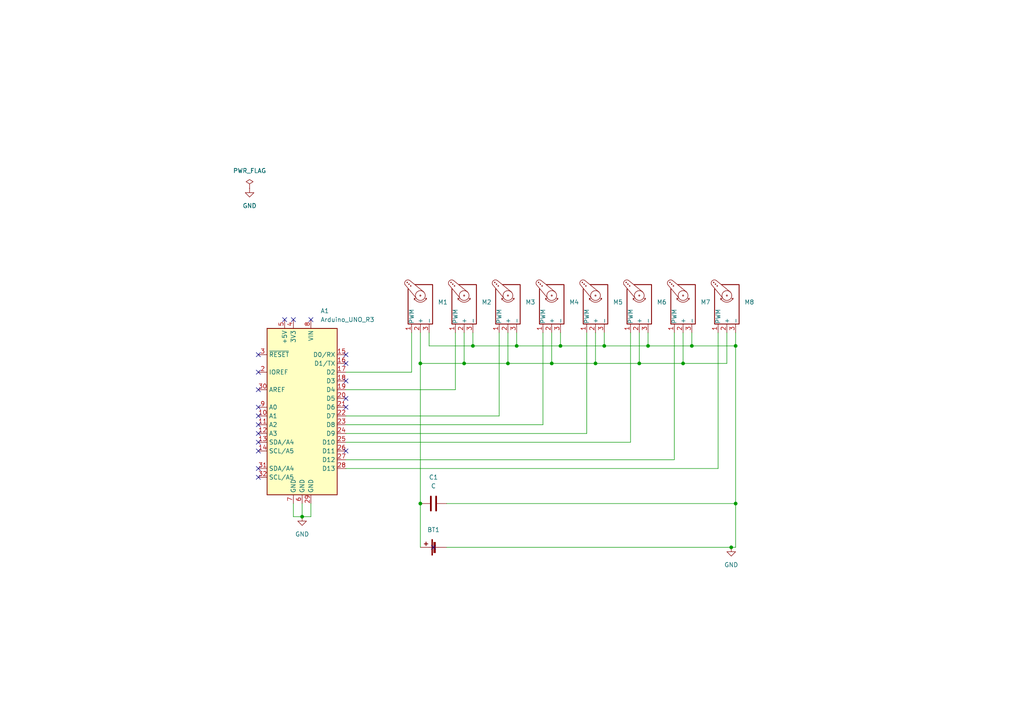
<source format=kicad_sch>
(kicad_sch (version 20211123) (generator eeschema)
  (paper "A4")
  (lib_symbols
    (symbol "Device:Battery_Cell" (pin_numbers hide) (pin_names (offset 0) hide)
      (property "Reference" "BT" (at 2.54 2.54 0))
      (property "Value" "Battery_Cell" (at 2.54 0 0))
      (symbol "Battery_Cell_0_1"
        (rectangle (start -2.286 1.778) (end 2.286 1.524) (fill (type outline)))
        (rectangle (start -1.5748 1.1938) (end 1.4732 0.6858) (fill (type outline)))
        (polyline (pts (xy 0 0.762) (xy 0 0)))
        (polyline (pts (xy 0 1.778) (xy 0 2.54)))
        (polyline (pts (xy 0.508 3.429) (xy 1.524 3.429)) (stroke (width 0.254)))
        (polyline (pts (xy 1.016 3.937) (xy 1.016 2.921)) (stroke (width 0.254)))
      )
      (symbol "Battery_Cell_1_1"
        (pin passive line (at 0 5.08 270) (length 2.54) (name "+") (number "1"))
        (pin passive line (at 0 -2.54 90) (length 2.54) (name "-") (number "2"))
      )
    )
    (symbol "Device:C" (pin_numbers hide) (pin_names (offset 0.254))
      (property "Reference" "C" (at 0.635 2.54 0))
      (property "Value" "C" (at 0.635 -2.54 0))
      (symbol "C_0_1"
        (polyline (pts (xy -2.032 -0.762) (xy 2.032 -0.762)) (stroke (width 0.508)))
        (polyline (pts (xy -2.032 0.762) (xy 2.032 0.762)) (stroke (width 0.508)))
      )
      (symbol "C_1_1"
        (pin passive line (at 0 3.81 270) (length 2.794) (name "~") (number "1"))
        (pin passive line (at 0 -3.81 90) (length 2.794) (name "~") (number "2"))
      )
    )
    (symbol "MCU_Module:Arduino_UNO_R3"
      (property "Reference" "A" (at -10.16 23.495 0))
      (property "Value" "Arduino_UNO_R3" (at 5.08 -26.67 0))
      (symbol "Arduino_UNO_R3_0_1"
        (rectangle (start -10.16 22.86) (end 10.16 -25.4) (stroke (width 0.254)) (fill (type background)))
      )
      (symbol "Arduino_UNO_R3_1_1"
        (pin no_connect line (at -10.16 -20.32 0) (length 2.54) hide (name "NC") (number "1"))
        (pin bidirectional line (at 12.7 -2.54 180) (length 2.54) (name "A1") (number "10"))
        (pin bidirectional line (at 12.7 -5.08 180) (length 2.54) (name "A2") (number "11"))
        (pin bidirectional line (at 12.7 -7.62 180) (length 2.54) (name "A3") (number "12"))
        (pin bidirectional line (at 12.7 -10.16 180) (length 2.54) (name "SDA/A4") (number "13"))
        (pin bidirectional line (at 12.7 -12.7 180) (length 2.54) (name "SCL/A5") (number "14"))
        (pin bidirectional line (at -12.7 15.24 0) (length 2.54) (name "D0/RX") (number "15"))
        (pin bidirectional line (at -12.7 12.7 0) (length 2.54) (name "D1/TX") (number "16"))
        (pin bidirectional line (at -12.7 10.16 0) (length 2.54) (name "D2") (number "17"))
        (pin bidirectional line (at -12.7 7.62 0) (length 2.54) (name "D3") (number "18"))
        (pin bidirectional line (at -12.7 5.08 0) (length 2.54) (name "D4") (number "19"))
        (pin output line (at 12.7 10.16 180) (length 2.54) (name "IOREF") (number "2"))
        (pin bidirectional line (at -12.7 2.54 0) (length 2.54) (name "D5") (number "20"))
        (pin bidirectional line (at -12.7 0 0) (length 2.54) (name "D6") (number "21"))
        (pin bidirectional line (at -12.7 -2.54 0) (length 2.54) (name "D7") (number "22"))
        (pin bidirectional line (at -12.7 -5.08 0) (length 2.54) (name "D8") (number "23"))
        (pin bidirectional line (at -12.7 -7.62 0) (length 2.54) (name "D9") (number "24"))
        (pin bidirectional line (at -12.7 -10.16 0) (length 2.54) (name "D10") (number "25"))
        (pin bidirectional line (at -12.7 -12.7 0) (length 2.54) (name "D11") (number "26"))
        (pin bidirectional line (at -12.7 -15.24 0) (length 2.54) (name "D12") (number "27"))
        (pin bidirectional line (at -12.7 -17.78 0) (length 2.54) (name "D13") (number "28"))
        (pin power_in line (at -2.54 -27.94 90) (length 2.54) (name "GND") (number "29"))
        (pin input line (at 12.7 15.24 180) (length 2.54) (name "~{RESET}") (number "3"))
        (pin input line (at 12.7 5.08 180) (length 2.54) (name "AREF") (number "30"))
        (pin bidirectional line (at 12.7 -17.78 180) (length 2.54) (name "SDA/A4") (number "31"))
        (pin bidirectional line (at 12.7 -20.32 180) (length 2.54) (name "SCL/A5") (number "32"))
        (pin power_out line (at 2.54 25.4 270) (length 2.54) (name "3V3") (number "4"))
        (pin power_out line (at 5.08 25.4 270) (length 2.54) (name "+5V") (number "5"))
        (pin power_in line (at 0 -27.94 90) (length 2.54) (name "GND") (number "6"))
        (pin power_in line (at 2.54 -27.94 90) (length 2.54) (name "GND") (number "7"))
        (pin power_in line (at -2.54 25.4 270) (length 2.54) (name "VIN") (number "8"))
        (pin bidirectional line (at 12.7 0 180) (length 2.54) (name "A0") (number "9"))
      )
    )
    (symbol "Motor:Motor_Servo" (pin_names (offset 0.0254))
      (property "Reference" "M" (at -5.08 4.445 0))
      (property "Value" "Motor_Servo" (at -5.08 -4.064 0))
      (symbol "Motor_Servo_0_1"
        (polyline (pts (xy 2.413 -1.778) (xy 2.032 -1.778)))
        (polyline (pts (xy 2.413 -1.778) (xy 2.286 -1.397)))
        (polyline (pts (xy 2.413 1.778) (xy 1.905 1.778)))
        (polyline (pts (xy 2.413 1.778) (xy 2.286 1.397)))
        (polyline (pts (xy 6.35 4.445) (xy 2.54 1.27)))
        (polyline (pts (xy 7.62 3.175) (xy 4.191 -1.016)))
        (polyline (pts (xy 5.08 3.556) (xy -5.08 3.556) (xy -5.08 -3.556) (xy 6.35 -3.556) (xy 6.35 1.524)) (stroke (width 0.254)))
        (arc (start 2.413 1.778) (mid 1.2406 0) (end 2.413 -1.778))
        (circle (center 3.175 0) (radius 0.1778))
        (circle (center 3.175 0) (radius 1.4224))
        (circle (center 5.969 2.794) (radius 0.127))
        (circle (center 6.477 3.302) (radius 0.127))
        (circle (center 6.985 3.81) (radius 0.127))
        (arc (start 7.62 3.175) (mid 7.4485 4.2735) (end 6.35 4.445))
      )
      (symbol "Motor_Servo_1_1"
        (pin passive line (at -7.62 2.54 0) (length 2.54) (name "PWM") (number "1"))
        (pin passive line (at -7.62 0 0) (length 2.54) (name "+") (number "2"))
        (pin passive line (at -7.62 -2.54 0) (length 2.54) (name "-") (number "3"))
      )
    )
    (symbol "power:GND" (power) (pin_names (offset 0))
      (property "Value" "GND" (at 0 -3.81 0))
      (symbol "GND_0_1"
        (polyline (pts (xy 0 0) (xy 0 -1.27) (xy 1.27 -1.27) (xy 0 -2.54) (xy -1.27 -1.27) (xy 0 -1.27)))
      )
      (symbol "GND_1_1"
        (pin power_in line (at 0 0 270) (length 0) hide (name "GND") (number "1"))
      )
    )
    (symbol "power:PWR_FLAG" (power) (pin_numbers hide) (pin_names (offset 0) hide)
      (property "Value" "PWR_FLAG" (at 0 3.81 0))
      (symbol "PWR_FLAG_0_0"
        (pin power_out line (at 0 0 90) (length 0) (name "pwr") (number "1"))
      )
      (symbol "PWR_FLAG_0_1"
        (polyline (pts (xy 0 0) (xy 0 1.27) (xy -1.016 1.905) (xy 0 2.54) (xy 1.016 1.905) (xy 0 1.27)))
      )
    )
  )
  (junction (at 175.26 100.33))
  (junction (at 121.92 105.41))
  (junction (at 212.09 158.75))
  (junction (at 160.02 105.41))
  (junction (at 185.42 105.41))
  (junction (at 187.96 100.33))
  (junction (at 134.62 105.41))
  (junction (at 213.36 100.33))
  (junction (at 172.72 105.41))
  (junction (at 213.36 146.05))
  (junction (at 121.92 146.05))
  (junction (at 137.16 100.33))
  (junction (at 162.56 100.33))
  (junction (at 200.66 100.33))
  (junction (at 149.86 100.33))
  (junction (at 87.63 149.86))
  (junction (at 198.12 105.41))
  (junction (at 147.32 105.41))
  (no_connect (at 85.09 92.71))
  (no_connect (at 74.93 130.81))
  (no_connect (at 100.33 105.41))
  (no_connect (at 74.93 138.43))
  (no_connect (at 74.93 113.03))
  (no_connect (at 100.33 102.87))
  (no_connect (at 74.93 135.89))
  (no_connect (at 74.93 118.11))
  (no_connect (at 74.93 123.19))
  (no_connect (at 90.17 92.71))
  (no_connect (at 82.55 92.71))
  (no_connect (at 125.73 158.75))
  (no_connect (at 100.33 130.81))
  (no_connect (at 74.93 125.73))
  (no_connect (at 100.33 118.11))
  (no_connect (at 100.33 115.57))
  (no_connect (at 74.93 107.95))
  (no_connect (at 74.93 120.65))
  (no_connect (at 74.93 128.27))
  (no_connect (at 100.33 110.49))
  (no_connect (at 74.93 102.87))
  (wire (pts (xy 100.33 123.19) (xy 157.48 123.19)))
  (wire (pts (xy 85.09 149.86) (xy 87.63 149.86)))
  (wire (pts (xy 172.72 105.41) (xy 185.42 105.41)))
  (wire (pts (xy 182.88 128.27) (xy 182.88 96.52)))
  (wire (pts (xy 200.66 96.52) (xy 200.66 100.33)))
  (wire (pts (xy 200.66 100.33) (xy 213.36 100.33)))
  (wire (pts (xy 132.08 113.03) (xy 132.08 96.52)))
  (wire (pts (xy 134.62 96.52) (xy 134.62 105.41)))
  (wire (pts (xy 134.62 105.41) (xy 147.32 105.41)))
  (wire (pts (xy 121.92 146.05) (xy 121.92 158.75)))
  (wire (pts (xy 100.33 135.89) (xy 208.28 135.89)))
  (wire (pts (xy 213.36 158.75) (xy 213.36 146.05)))
  (wire (pts (xy 149.86 96.52) (xy 149.86 100.33)))
  (wire (pts (xy 87.63 149.86) (xy 90.17 149.86)))
  (wire (pts (xy 137.16 96.52) (xy 137.16 100.33)))
  (wire (pts (xy 198.12 96.52) (xy 198.12 105.41)))
  (wire (pts (xy 100.33 133.35) (xy 195.58 133.35)))
  (wire (pts (xy 160.02 105.41) (xy 172.72 105.41)))
  (wire (pts (xy 85.09 146.05) (xy 85.09 149.86)))
  (wire (pts (xy 160.02 96.52) (xy 160.02 105.41)))
  (wire (pts (xy 185.42 96.52) (xy 185.42 105.41)))
  (wire (pts (xy 100.33 128.27) (xy 182.88 128.27)))
  (wire (pts (xy 213.36 146.05) (xy 213.36 100.33)))
  (wire (pts (xy 100.33 120.65) (xy 144.78 120.65)))
  (wire (pts (xy 87.63 146.05) (xy 87.63 149.86)))
  (wire (pts (xy 175.26 100.33) (xy 187.96 100.33)))
  (wire (pts (xy 121.92 105.41) (xy 121.92 146.05)))
  (wire (pts (xy 147.32 105.41) (xy 160.02 105.41)))
  (wire (pts (xy 187.96 96.52) (xy 187.96 100.33)))
  (wire (pts (xy 185.42 105.41) (xy 198.12 105.41)))
  (wire (pts (xy 149.86 100.33) (xy 162.56 100.33)))
  (wire (pts (xy 170.18 125.73) (xy 170.18 96.52)))
  (wire (pts (xy 208.28 135.89) (xy 208.28 96.52)))
  (wire (pts (xy 100.33 125.73) (xy 170.18 125.73)))
  (wire (pts (xy 210.82 105.41) (xy 210.82 96.52)))
  (wire (pts (xy 144.78 120.65) (xy 144.78 96.52)))
  (wire (pts (xy 213.36 100.33) (xy 213.36 96.52)))
  (wire (pts (xy 100.33 107.95) (xy 119.38 107.95)))
  (wire (pts (xy 129.54 158.75) (xy 212.09 158.75)))
  (wire (pts (xy 121.92 105.41) (xy 134.62 105.41)))
  (wire (pts (xy 172.72 96.52) (xy 172.72 105.41)))
  (wire (pts (xy 119.38 107.95) (xy 119.38 96.52)))
  (wire (pts (xy 124.46 96.52) (xy 124.46 100.33)))
  (wire (pts (xy 100.33 113.03) (xy 132.08 113.03)))
  (wire (pts (xy 121.92 96.52) (xy 121.92 105.41)))
  (wire (pts (xy 129.54 146.05) (xy 213.36 146.05)))
  (wire (pts (xy 195.58 133.35) (xy 195.58 96.52)))
  (wire (pts (xy 124.46 100.33) (xy 137.16 100.33)))
  (wire (pts (xy 147.32 96.52) (xy 147.32 105.41)))
  (wire (pts (xy 137.16 100.33) (xy 149.86 100.33)))
  (wire (pts (xy 212.09 158.75) (xy 213.36 158.75)))
  (wire (pts (xy 162.56 96.52) (xy 162.56 100.33)))
  (wire (pts (xy 162.56 100.33) (xy 175.26 100.33)))
  (wire (pts (xy 187.96 100.33) (xy 200.66 100.33)))
  (wire (pts (xy 198.12 105.41) (xy 210.82 105.41)))
  (wire (pts (xy 90.17 149.86) (xy 90.17 146.05)))
  (wire (pts (xy 157.48 123.19) (xy 157.48 96.52)))
  (wire (pts (xy 175.26 96.52) (xy 175.26 100.33)))
  (symbol (lib_id "Motor:Motor_Servo") (at 121.92 88.9 90) (unit 1)
    (property "Reference" "M1" (at 127 87.641 90) (effects (justify right)))
    (property "Value" "Motor_Servo" (effects hide))
    (property "Footprint" "Connector_PinHeader_2.54mm:PinHeader_1x03_P2.54mm_Vertical" (effects hide))
    (property "Datasheet" "http://forums.parallax.com/uploads/attachments/46831/74481.png" (effects hide))
  )
  (symbol (lib_id "power:PWR_FLAG") (at 72.39 54.61 0) (unit 1)
    (property "Reference" "#FLG01" (effects hide))
    (property "Value" "PWR_FLAG" (at 72.39 49.53 0))
  )
  (symbol (lib_id "Motor:Motor_Servo") (at 160.02 88.9 90) (unit 1)
    (property "Reference" "M4" (at 165.1 87.641 90) (effects (justify right)))
    (property "Value" "Motor_Servo" (effects hide))
    (property "Footprint" "Connector_PinHeader_2.54mm:PinHeader_1x03_P2.54mm_Vertical" (effects hide))
    (property "Datasheet" "http://forums.parallax.com/uploads/attachments/46831/74481.png" (effects hide))
  )
  (symbol (lib_id "Motor:Motor_Servo") (at 172.72 88.9 90) (unit 1)
    (property "Reference" "M5" (at 177.8 87.641 90) (effects (justify right)))
    (property "Value" "Motor_Servo" (effects hide))
    (property "Footprint" "Connector_PinHeader_2.54mm:PinHeader_1x03_P2.54mm_Vertical" (effects hide))
    (property "Datasheet" "http://forums.parallax.com/uploads/attachments/46831/74481.png" (effects hide))
  )
  (symbol (lib_id "Motor:Motor_Servo") (at 134.62 88.9 90) (unit 1)
    (property "Reference" "M2" (at 139.7 87.641 90) (effects (justify right)))
    (property "Value" "Motor_Servo" (effects hide))
    (property "Footprint" "Connector_PinHeader_2.54mm:PinHeader_1x03_P2.54mm_Vertical" (effects hide))
    (property "Datasheet" "http://forums.parallax.com/uploads/attachments/46831/74481.png" (effects hide))
  )
  (symbol (lib_id "Motor:Motor_Servo") (at 210.82 88.9 90) (unit 1)
    (property "Reference" "M8" (at 215.9 87.641 90) (effects (justify right)))
    (property "Value" "Motor_Servo" (effects hide))
    (property "Footprint" "Connector_PinHeader_2.54mm:PinHeader_1x03_P2.54mm_Vertical" (effects hide))
    (property "Datasheet" "http://forums.parallax.com/uploads/attachments/46831/74481.png" (effects hide))
  )
  (symbol (lib_id "MCU_Module:Arduino_UNO_R3") (at 87.63 118.11 0) (mirror y) (unit 1)
    (property "Reference" "A1" (at 92.9387 90.17 0) (effects (justify right)))
    (property "Value" "Arduino_UNO_R3" (at 92.9387 92.71 0) (effects (justify right)))
    (property "Footprint" "Module:Arduino_UNO_R3" (effects hide))
    (property "Datasheet" "https://www.arduino.cc/en/Main/arduinoBoardUno" (effects hide))
  )
  (symbol (lib_id "power:GND") (at 72.39 54.61 0) (unit 1)
    (property "Reference" "#PWR01" (effects hide))
    (property "Value" "GND" (at 72.39 59.69 0))
  )
  (symbol (lib_id "Motor:Motor_Servo") (at 198.12 88.9 90) (unit 1)
    (property "Reference" "M7" (at 203.2 87.641 90) (effects (justify right)))
    (property "Value" "Motor_Servo" (effects hide))
    (property "Footprint" "Connector_PinHeader_2.54mm:PinHeader_1x03_P2.54mm_Vertical" (effects hide))
    (property "Datasheet" "http://forums.parallax.com/uploads/attachments/46831/74481.png" (effects hide))
  )
  (symbol (lib_id "power:GND") (at 212.09 158.75 0) (unit 1)
    (property "Reference" "#PWR0101" (effects hide))
    (property "Value" "GND" (at 212.09 163.83 0))
  )
  (symbol (lib_id "power:GND") (at 87.63 149.86 0) (unit 1)
    (property "Reference" "#PWR02" (effects hide))
    (property "Value" "GND" (at 87.63 154.94 0))
  )
  (symbol (lib_id "Motor:Motor_Servo") (at 185.42 88.9 90) (unit 1)
    (property "Reference" "M6" (at 190.5 87.641 90) (effects (justify right)))
    (property "Value" "Motor_Servo" (effects hide))
    (property "Footprint" "Connector_PinHeader_2.54mm:PinHeader_1x03_P2.54mm_Vertical" (effects hide))
    (property "Datasheet" "http://forums.parallax.com/uploads/attachments/46831/74481.png" (effects hide))
  )
  (symbol (lib_id "Device:Battery_Cell") (at 127 158.75 90) (unit 1)
    (property "Reference" "BT1" (at 125.73 153.67 90))
    (property "Value" "Battery_Cell" (effects hide))
    (property "Footprint" "TerminalBlock_Phoenix:TerminalBlock_Phoenix_MKDS-1,5-2-5.08_1x02_P5.08mm_Horizontal" (effects hide))
  )
  (symbol (lib_id "Device:C") (at 125.73 146.05 90) (unit 1)
    (property "Reference" "C1" (at 125.73 138.43 90))
    (property "Value" "C" (at 125.73 140.97 90))
    (property "Footprint" "Capacitor_THT:CP_Radial_D10.0mm_P5.00mm" (effects hide))
  )
  (symbol (lib_id "Motor:Motor_Servo") (at 147.32 88.9 90) (unit 1)
    (property "Reference" "M3" (at 152.4 87.641 90) (effects (justify right)))
    (property "Value" "Motor_Servo" (effects hide))
    (property "Footprint" "Connector_PinHeader_2.54mm:PinHeader_1x03_P2.54mm_Vertical" (effects hide))
    (property "Datasheet" "http://forums.parallax.com/uploads/attachments/46831/74481.png" (effects hide))
  )
)
</source>
